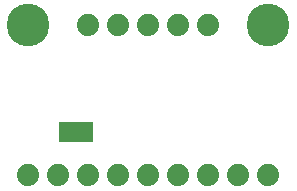
<source format=gbr>
G04 EAGLE Gerber RS-274X export*
G75*
%MOMM*%
%FSLAX34Y34*%
%LPD*%
%INSoldermask Bottom*%
%IPPOS*%
%AMOC8*
5,1,8,0,0,1.08239X$1,22.5*%
G01*
%ADD10C,3.617600*%
%ADD11R,2.921000X1.651000*%
%ADD12C,1.879600*%


D10*
X25400Y152400D03*
X228600Y152400D03*
D11*
X65405Y61976D03*
D12*
X25400Y25400D03*
X50800Y25400D03*
X76200Y25400D03*
X101600Y25400D03*
X127000Y25400D03*
X152400Y25400D03*
X177800Y25400D03*
X203200Y25400D03*
X228600Y25400D03*
X177800Y152400D03*
X152400Y152400D03*
X127000Y152400D03*
X101600Y152400D03*
X76200Y152400D03*
M02*

</source>
